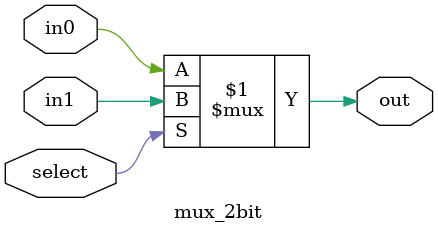
<source format=v>
module mux_2bit(out, select, in0, in1);
    input select;
    input in0, in1;
    output out;

    assign out = select ? in1 : in0;
endmodule
</source>
